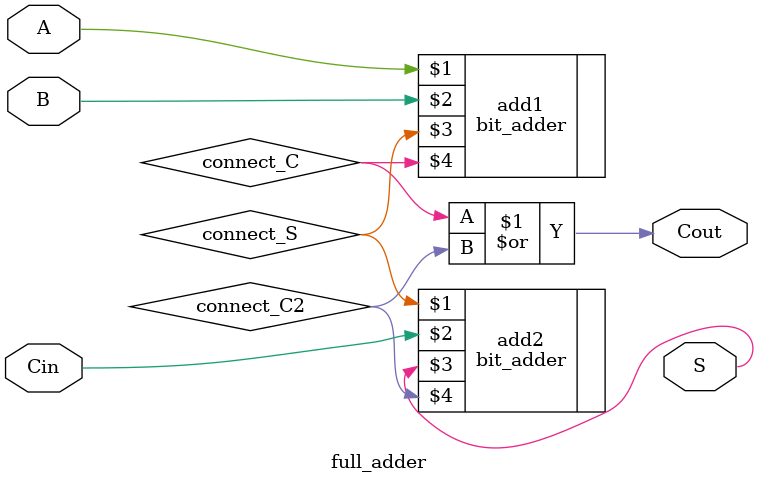
<source format=v>
`timescale 1ns / 1ps


module full_adder(Cin, A, B, S, Cout);
    input Cin, A, B;
    output S, Cout;
    
    wire connect_S, connect_C, connect_C2;
    bit_adder add1(A,B, connect_S, connect_C);
    bit_adder add2(connect_S, Cin, S, connect_C2);
    or(Cout, connect_C, connect_C2);

    
endmodule

</source>
